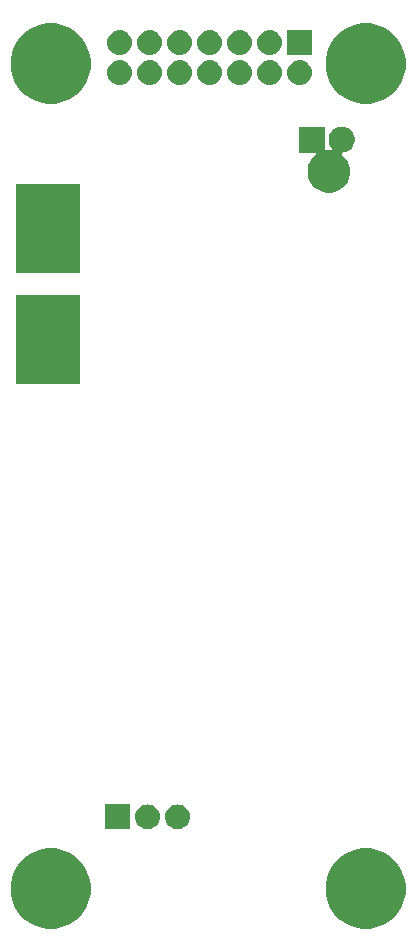
<source format=gbs>
G04 #@! TF.GenerationSoftware,KiCad,Pcbnew,5.0.1-33cea8e~68~ubuntu14.04.1*
G04 #@! TF.CreationDate,2018-11-20T21:04:09-08:00*
G04 #@! TF.ProjectId,while,7768696C652E6B696361645F70636200,rev?*
G04 #@! TF.SameCoordinates,Original*
G04 #@! TF.FileFunction,Soldermask,Bot*
G04 #@! TF.FilePolarity,Negative*
%FSLAX46Y46*%
G04 Gerber Fmt 4.6, Leading zero omitted, Abs format (unit mm)*
G04 Created by KiCad (PCBNEW 5.0.1-33cea8e~68~ubuntu14.04.1) date Tue 20 Nov 2018 09:04:09 PM PST*
%MOMM*%
%LPD*%
G01*
G04 APERTURE LIST*
%ADD10C,0.100000*%
G04 APERTURE END LIST*
D10*
G36*
X155677743Y-163354660D02*
X156296503Y-163610958D01*
X156853377Y-163983050D01*
X157326950Y-164456623D01*
X157699042Y-165013497D01*
X157955340Y-165632257D01*
X158086000Y-166289128D01*
X158086000Y-166958872D01*
X157955340Y-167615743D01*
X157699042Y-168234503D01*
X157326950Y-168791377D01*
X156853377Y-169264950D01*
X156296503Y-169637042D01*
X155677743Y-169893340D01*
X155020872Y-170024000D01*
X154351128Y-170024000D01*
X153694257Y-169893340D01*
X153075497Y-169637042D01*
X152518623Y-169264950D01*
X152045050Y-168791377D01*
X151672958Y-168234503D01*
X151416660Y-167615743D01*
X151286000Y-166958872D01*
X151286000Y-166289128D01*
X151416660Y-165632257D01*
X151672958Y-165013497D01*
X152045050Y-164456623D01*
X152518623Y-163983050D01*
X153075497Y-163610958D01*
X153694257Y-163354660D01*
X154351128Y-163224000D01*
X155020872Y-163224000D01*
X155677743Y-163354660D01*
X155677743Y-163354660D01*
G37*
G36*
X129007743Y-163354660D02*
X129626503Y-163610958D01*
X130183377Y-163983050D01*
X130656950Y-164456623D01*
X131029042Y-165013497D01*
X131285340Y-165632257D01*
X131416000Y-166289128D01*
X131416000Y-166958872D01*
X131285340Y-167615743D01*
X131029042Y-168234503D01*
X130656950Y-168791377D01*
X130183377Y-169264950D01*
X129626503Y-169637042D01*
X129007743Y-169893340D01*
X128350872Y-170024000D01*
X127681128Y-170024000D01*
X127024257Y-169893340D01*
X126405497Y-169637042D01*
X125848623Y-169264950D01*
X125375050Y-168791377D01*
X125002958Y-168234503D01*
X124746660Y-167615743D01*
X124616000Y-166958872D01*
X124616000Y-166289128D01*
X124746660Y-165632257D01*
X125002958Y-165013497D01*
X125375050Y-164456623D01*
X125848623Y-163983050D01*
X126405497Y-163610958D01*
X127024257Y-163354660D01*
X127681128Y-163224000D01*
X128350872Y-163224000D01*
X129007743Y-163354660D01*
X129007743Y-163354660D01*
G37*
G36*
X134720000Y-161600000D02*
X132620000Y-161600000D01*
X132620000Y-159500000D01*
X134720000Y-159500000D01*
X134720000Y-161600000D01*
X134720000Y-161600000D01*
G37*
G36*
X138878707Y-159507597D02*
X138955836Y-159515193D01*
X139087787Y-159555220D01*
X139153763Y-159575233D01*
X139336172Y-159672733D01*
X139496054Y-159803946D01*
X139627267Y-159963828D01*
X139724767Y-160146237D01*
X139724767Y-160146238D01*
X139784807Y-160344164D01*
X139805080Y-160550000D01*
X139784807Y-160755836D01*
X139744780Y-160887787D01*
X139724767Y-160953763D01*
X139627267Y-161136172D01*
X139496054Y-161296054D01*
X139336172Y-161427267D01*
X139153763Y-161524767D01*
X139087787Y-161544780D01*
X138955836Y-161584807D01*
X138878707Y-161592404D01*
X138801580Y-161600000D01*
X138698420Y-161600000D01*
X138621293Y-161592404D01*
X138544164Y-161584807D01*
X138412213Y-161544780D01*
X138346237Y-161524767D01*
X138163828Y-161427267D01*
X138003946Y-161296054D01*
X137872733Y-161136172D01*
X137775233Y-160953763D01*
X137755220Y-160887787D01*
X137715193Y-160755836D01*
X137694920Y-160550000D01*
X137715193Y-160344164D01*
X137775233Y-160146238D01*
X137775233Y-160146237D01*
X137872733Y-159963828D01*
X138003946Y-159803946D01*
X138163828Y-159672733D01*
X138346237Y-159575233D01*
X138412213Y-159555220D01*
X138544164Y-159515193D01*
X138621293Y-159507597D01*
X138698420Y-159500000D01*
X138801580Y-159500000D01*
X138878707Y-159507597D01*
X138878707Y-159507597D01*
G37*
G36*
X136338707Y-159507597D02*
X136415836Y-159515193D01*
X136547787Y-159555220D01*
X136613763Y-159575233D01*
X136796172Y-159672733D01*
X136956054Y-159803946D01*
X137087267Y-159963828D01*
X137184767Y-160146237D01*
X137184767Y-160146238D01*
X137244807Y-160344164D01*
X137265080Y-160550000D01*
X137244807Y-160755836D01*
X137204780Y-160887787D01*
X137184767Y-160953763D01*
X137087267Y-161136172D01*
X136956054Y-161296054D01*
X136796172Y-161427267D01*
X136613763Y-161524767D01*
X136547787Y-161544780D01*
X136415836Y-161584807D01*
X136338707Y-161592404D01*
X136261580Y-161600000D01*
X136158420Y-161600000D01*
X136081293Y-161592404D01*
X136004164Y-161584807D01*
X135872213Y-161544780D01*
X135806237Y-161524767D01*
X135623828Y-161427267D01*
X135463946Y-161296054D01*
X135332733Y-161136172D01*
X135235233Y-160953763D01*
X135215220Y-160887787D01*
X135175193Y-160755836D01*
X135154920Y-160550000D01*
X135175193Y-160344164D01*
X135235233Y-160146238D01*
X135235233Y-160146237D01*
X135332733Y-159963828D01*
X135463946Y-159803946D01*
X135623828Y-159672733D01*
X135806237Y-159575233D01*
X135872213Y-159555220D01*
X136004164Y-159515193D01*
X136081293Y-159507597D01*
X136158420Y-159500000D01*
X136261580Y-159500000D01*
X136338707Y-159507597D01*
X136338707Y-159507597D01*
G37*
G36*
X130462000Y-123882000D02*
X125062000Y-123882000D01*
X125062000Y-116402000D01*
X130462000Y-116402000D01*
X130462000Y-123882000D01*
X130462000Y-123882000D01*
G37*
G36*
X130462000Y-114484000D02*
X125062000Y-114484000D01*
X125062000Y-107004000D01*
X130462000Y-107004000D01*
X130462000Y-114484000D01*
X130462000Y-114484000D01*
G37*
G36*
X151214000Y-104000341D02*
X151216402Y-104024727D01*
X151223515Y-104048176D01*
X151235066Y-104069787D01*
X151250612Y-104088729D01*
X151269554Y-104104275D01*
X151291165Y-104115826D01*
X151314614Y-104122939D01*
X151339000Y-104125341D01*
X151363385Y-104122939D01*
X151388216Y-104118000D01*
X151711589Y-104118000D01*
X151735975Y-104115598D01*
X151759424Y-104108485D01*
X151781035Y-104096934D01*
X151799977Y-104081388D01*
X151815523Y-104062446D01*
X151827074Y-104040835D01*
X151834187Y-104017386D01*
X151836589Y-103993000D01*
X151834187Y-103968614D01*
X151827074Y-103945165D01*
X151815523Y-103923554D01*
X151799977Y-103904612D01*
X151799578Y-103904213D01*
X151679191Y-103724042D01*
X151596272Y-103523857D01*
X151554000Y-103311342D01*
X151554000Y-103094658D01*
X151596272Y-102882143D01*
X151679191Y-102681958D01*
X151799578Y-102501787D01*
X151952787Y-102348578D01*
X152132958Y-102228191D01*
X152333143Y-102145272D01*
X152545658Y-102103000D01*
X152762342Y-102103000D01*
X152974857Y-102145272D01*
X153175042Y-102228191D01*
X153355213Y-102348578D01*
X153508422Y-102501787D01*
X153628809Y-102681958D01*
X153711728Y-102882143D01*
X153754000Y-103094658D01*
X153754000Y-103311342D01*
X153711728Y-103523857D01*
X153628809Y-103724042D01*
X153508422Y-103904213D01*
X153355213Y-104057422D01*
X153355210Y-104057424D01*
X153355209Y-104057425D01*
X153253566Y-104125341D01*
X153175042Y-104177809D01*
X152974858Y-104260728D01*
X152816481Y-104292231D01*
X152769621Y-104301552D01*
X152746175Y-104308664D01*
X152724564Y-104320215D01*
X152705622Y-104335760D01*
X152690076Y-104354703D01*
X152678525Y-104376313D01*
X152671412Y-104399762D01*
X152669010Y-104424149D01*
X152671412Y-104448535D01*
X152678525Y-104471984D01*
X152690076Y-104493595D01*
X152705622Y-104512537D01*
X152963649Y-104770564D01*
X153160640Y-105065382D01*
X153296327Y-105392960D01*
X153365500Y-105740714D01*
X153365500Y-106095286D01*
X153296327Y-106443040D01*
X153160640Y-106770618D01*
X152963649Y-107065436D01*
X152712936Y-107316149D01*
X152712933Y-107316151D01*
X152418120Y-107513139D01*
X152090541Y-107648827D01*
X151974622Y-107671885D01*
X151742786Y-107718000D01*
X151388214Y-107718000D01*
X151156378Y-107671885D01*
X151040459Y-107648827D01*
X150712880Y-107513139D01*
X150418067Y-107316151D01*
X150418064Y-107316149D01*
X150167351Y-107065436D01*
X149970360Y-106770618D01*
X149834673Y-106443040D01*
X149765500Y-106095286D01*
X149765500Y-105740714D01*
X149834673Y-105392960D01*
X149970360Y-105065382D01*
X150167351Y-104770564D01*
X150421527Y-104516388D01*
X150437073Y-104497446D01*
X150448624Y-104475835D01*
X150455737Y-104452386D01*
X150458139Y-104428000D01*
X150455737Y-104403614D01*
X150448624Y-104380165D01*
X150437073Y-104358554D01*
X150421527Y-104339612D01*
X150402585Y-104324066D01*
X150380974Y-104312515D01*
X150357525Y-104305402D01*
X150333139Y-104303000D01*
X149014000Y-104303000D01*
X149014000Y-102103000D01*
X151214000Y-102103000D01*
X151214000Y-104000341D01*
X151214000Y-104000341D01*
G37*
G36*
X129007743Y-93504660D02*
X129626503Y-93760958D01*
X130183377Y-94133050D01*
X130656950Y-94606623D01*
X131029042Y-95163497D01*
X131285340Y-95782257D01*
X131416000Y-96439128D01*
X131416000Y-97108872D01*
X131285340Y-97765743D01*
X131029042Y-98384503D01*
X130656950Y-98941377D01*
X130183377Y-99414950D01*
X129626503Y-99787042D01*
X129007743Y-100043340D01*
X128350872Y-100174000D01*
X127681128Y-100174000D01*
X127024257Y-100043340D01*
X126405497Y-99787042D01*
X125848623Y-99414950D01*
X125375050Y-98941377D01*
X125002958Y-98384503D01*
X124746660Y-97765743D01*
X124616000Y-97108872D01*
X124616000Y-96439128D01*
X124746660Y-95782257D01*
X125002958Y-95163497D01*
X125375050Y-94606623D01*
X125848623Y-94133050D01*
X126405497Y-93760958D01*
X127024257Y-93504660D01*
X127681128Y-93374000D01*
X128350872Y-93374000D01*
X129007743Y-93504660D01*
X129007743Y-93504660D01*
G37*
G36*
X155677743Y-93504660D02*
X156296503Y-93760958D01*
X156853377Y-94133050D01*
X157326950Y-94606623D01*
X157699042Y-95163497D01*
X157955340Y-95782257D01*
X158086000Y-96439128D01*
X158086000Y-97108872D01*
X157955340Y-97765743D01*
X157699042Y-98384503D01*
X157326950Y-98941377D01*
X156853377Y-99414950D01*
X156296503Y-99787042D01*
X155677743Y-100043340D01*
X155020872Y-100174000D01*
X154351128Y-100174000D01*
X153694257Y-100043340D01*
X153075497Y-99787042D01*
X152518623Y-99414950D01*
X152045050Y-98941377D01*
X151672958Y-98384503D01*
X151416660Y-97765743D01*
X151286000Y-97108872D01*
X151286000Y-96439128D01*
X151416660Y-95782257D01*
X151672958Y-95163497D01*
X152045050Y-94606623D01*
X152518623Y-94133050D01*
X153075497Y-93760958D01*
X153694257Y-93504660D01*
X154351128Y-93374000D01*
X155020872Y-93374000D01*
X155677743Y-93504660D01*
X155677743Y-93504660D01*
G37*
G36*
X139066707Y-96493596D02*
X139143836Y-96501193D01*
X139275787Y-96541220D01*
X139341763Y-96561233D01*
X139524172Y-96658733D01*
X139684054Y-96789946D01*
X139815267Y-96949828D01*
X139912767Y-97132237D01*
X139912767Y-97132238D01*
X139972807Y-97330164D01*
X139993080Y-97536000D01*
X139972807Y-97741836D01*
X139932780Y-97873787D01*
X139912767Y-97939763D01*
X139815267Y-98122172D01*
X139684054Y-98282054D01*
X139524172Y-98413267D01*
X139341763Y-98510767D01*
X139275787Y-98530780D01*
X139143836Y-98570807D01*
X139066707Y-98578403D01*
X138989580Y-98586000D01*
X138886420Y-98586000D01*
X138809293Y-98578403D01*
X138732164Y-98570807D01*
X138600213Y-98530780D01*
X138534237Y-98510767D01*
X138351828Y-98413267D01*
X138191946Y-98282054D01*
X138060733Y-98122172D01*
X137963233Y-97939763D01*
X137943220Y-97873787D01*
X137903193Y-97741836D01*
X137882920Y-97536000D01*
X137903193Y-97330164D01*
X137963233Y-97132238D01*
X137963233Y-97132237D01*
X138060733Y-96949828D01*
X138191946Y-96789946D01*
X138351828Y-96658733D01*
X138534237Y-96561233D01*
X138600213Y-96541220D01*
X138732164Y-96501193D01*
X138809293Y-96493596D01*
X138886420Y-96486000D01*
X138989580Y-96486000D01*
X139066707Y-96493596D01*
X139066707Y-96493596D01*
G37*
G36*
X149226707Y-96493596D02*
X149303836Y-96501193D01*
X149435787Y-96541220D01*
X149501763Y-96561233D01*
X149684172Y-96658733D01*
X149844054Y-96789946D01*
X149975267Y-96949828D01*
X150072767Y-97132237D01*
X150072767Y-97132238D01*
X150132807Y-97330164D01*
X150153080Y-97536000D01*
X150132807Y-97741836D01*
X150092780Y-97873787D01*
X150072767Y-97939763D01*
X149975267Y-98122172D01*
X149844054Y-98282054D01*
X149684172Y-98413267D01*
X149501763Y-98510767D01*
X149435787Y-98530780D01*
X149303836Y-98570807D01*
X149226707Y-98578403D01*
X149149580Y-98586000D01*
X149046420Y-98586000D01*
X148969293Y-98578403D01*
X148892164Y-98570807D01*
X148760213Y-98530780D01*
X148694237Y-98510767D01*
X148511828Y-98413267D01*
X148351946Y-98282054D01*
X148220733Y-98122172D01*
X148123233Y-97939763D01*
X148103220Y-97873787D01*
X148063193Y-97741836D01*
X148042920Y-97536000D01*
X148063193Y-97330164D01*
X148123233Y-97132238D01*
X148123233Y-97132237D01*
X148220733Y-96949828D01*
X148351946Y-96789946D01*
X148511828Y-96658733D01*
X148694237Y-96561233D01*
X148760213Y-96541220D01*
X148892164Y-96501193D01*
X148969293Y-96493596D01*
X149046420Y-96486000D01*
X149149580Y-96486000D01*
X149226707Y-96493596D01*
X149226707Y-96493596D01*
G37*
G36*
X146686707Y-96493596D02*
X146763836Y-96501193D01*
X146895787Y-96541220D01*
X146961763Y-96561233D01*
X147144172Y-96658733D01*
X147304054Y-96789946D01*
X147435267Y-96949828D01*
X147532767Y-97132237D01*
X147532767Y-97132238D01*
X147592807Y-97330164D01*
X147613080Y-97536000D01*
X147592807Y-97741836D01*
X147552780Y-97873787D01*
X147532767Y-97939763D01*
X147435267Y-98122172D01*
X147304054Y-98282054D01*
X147144172Y-98413267D01*
X146961763Y-98510767D01*
X146895787Y-98530780D01*
X146763836Y-98570807D01*
X146686707Y-98578403D01*
X146609580Y-98586000D01*
X146506420Y-98586000D01*
X146429293Y-98578403D01*
X146352164Y-98570807D01*
X146220213Y-98530780D01*
X146154237Y-98510767D01*
X145971828Y-98413267D01*
X145811946Y-98282054D01*
X145680733Y-98122172D01*
X145583233Y-97939763D01*
X145563220Y-97873787D01*
X145523193Y-97741836D01*
X145502920Y-97536000D01*
X145523193Y-97330164D01*
X145583233Y-97132238D01*
X145583233Y-97132237D01*
X145680733Y-96949828D01*
X145811946Y-96789946D01*
X145971828Y-96658733D01*
X146154237Y-96561233D01*
X146220213Y-96541220D01*
X146352164Y-96501193D01*
X146429293Y-96493596D01*
X146506420Y-96486000D01*
X146609580Y-96486000D01*
X146686707Y-96493596D01*
X146686707Y-96493596D01*
G37*
G36*
X144146707Y-96493596D02*
X144223836Y-96501193D01*
X144355787Y-96541220D01*
X144421763Y-96561233D01*
X144604172Y-96658733D01*
X144764054Y-96789946D01*
X144895267Y-96949828D01*
X144992767Y-97132237D01*
X144992767Y-97132238D01*
X145052807Y-97330164D01*
X145073080Y-97536000D01*
X145052807Y-97741836D01*
X145012780Y-97873787D01*
X144992767Y-97939763D01*
X144895267Y-98122172D01*
X144764054Y-98282054D01*
X144604172Y-98413267D01*
X144421763Y-98510767D01*
X144355787Y-98530780D01*
X144223836Y-98570807D01*
X144146707Y-98578403D01*
X144069580Y-98586000D01*
X143966420Y-98586000D01*
X143889293Y-98578403D01*
X143812164Y-98570807D01*
X143680213Y-98530780D01*
X143614237Y-98510767D01*
X143431828Y-98413267D01*
X143271946Y-98282054D01*
X143140733Y-98122172D01*
X143043233Y-97939763D01*
X143023220Y-97873787D01*
X142983193Y-97741836D01*
X142962920Y-97536000D01*
X142983193Y-97330164D01*
X143043233Y-97132238D01*
X143043233Y-97132237D01*
X143140733Y-96949828D01*
X143271946Y-96789946D01*
X143431828Y-96658733D01*
X143614237Y-96561233D01*
X143680213Y-96541220D01*
X143812164Y-96501193D01*
X143889293Y-96493596D01*
X143966420Y-96486000D01*
X144069580Y-96486000D01*
X144146707Y-96493596D01*
X144146707Y-96493596D01*
G37*
G36*
X141606707Y-96493596D02*
X141683836Y-96501193D01*
X141815787Y-96541220D01*
X141881763Y-96561233D01*
X142064172Y-96658733D01*
X142224054Y-96789946D01*
X142355267Y-96949828D01*
X142452767Y-97132237D01*
X142452767Y-97132238D01*
X142512807Y-97330164D01*
X142533080Y-97536000D01*
X142512807Y-97741836D01*
X142472780Y-97873787D01*
X142452767Y-97939763D01*
X142355267Y-98122172D01*
X142224054Y-98282054D01*
X142064172Y-98413267D01*
X141881763Y-98510767D01*
X141815787Y-98530780D01*
X141683836Y-98570807D01*
X141606707Y-98578403D01*
X141529580Y-98586000D01*
X141426420Y-98586000D01*
X141349293Y-98578403D01*
X141272164Y-98570807D01*
X141140213Y-98530780D01*
X141074237Y-98510767D01*
X140891828Y-98413267D01*
X140731946Y-98282054D01*
X140600733Y-98122172D01*
X140503233Y-97939763D01*
X140483220Y-97873787D01*
X140443193Y-97741836D01*
X140422920Y-97536000D01*
X140443193Y-97330164D01*
X140503233Y-97132238D01*
X140503233Y-97132237D01*
X140600733Y-96949828D01*
X140731946Y-96789946D01*
X140891828Y-96658733D01*
X141074237Y-96561233D01*
X141140213Y-96541220D01*
X141272164Y-96501193D01*
X141349293Y-96493596D01*
X141426420Y-96486000D01*
X141529580Y-96486000D01*
X141606707Y-96493596D01*
X141606707Y-96493596D01*
G37*
G36*
X133986707Y-96493596D02*
X134063836Y-96501193D01*
X134195787Y-96541220D01*
X134261763Y-96561233D01*
X134444172Y-96658733D01*
X134604054Y-96789946D01*
X134735267Y-96949828D01*
X134832767Y-97132237D01*
X134832767Y-97132238D01*
X134892807Y-97330164D01*
X134913080Y-97536000D01*
X134892807Y-97741836D01*
X134852780Y-97873787D01*
X134832767Y-97939763D01*
X134735267Y-98122172D01*
X134604054Y-98282054D01*
X134444172Y-98413267D01*
X134261763Y-98510767D01*
X134195787Y-98530780D01*
X134063836Y-98570807D01*
X133986707Y-98578403D01*
X133909580Y-98586000D01*
X133806420Y-98586000D01*
X133729293Y-98578403D01*
X133652164Y-98570807D01*
X133520213Y-98530780D01*
X133454237Y-98510767D01*
X133271828Y-98413267D01*
X133111946Y-98282054D01*
X132980733Y-98122172D01*
X132883233Y-97939763D01*
X132863220Y-97873787D01*
X132823193Y-97741836D01*
X132802920Y-97536000D01*
X132823193Y-97330164D01*
X132883233Y-97132238D01*
X132883233Y-97132237D01*
X132980733Y-96949828D01*
X133111946Y-96789946D01*
X133271828Y-96658733D01*
X133454237Y-96561233D01*
X133520213Y-96541220D01*
X133652164Y-96501193D01*
X133729293Y-96493596D01*
X133806420Y-96486000D01*
X133909580Y-96486000D01*
X133986707Y-96493596D01*
X133986707Y-96493596D01*
G37*
G36*
X136526707Y-96493596D02*
X136603836Y-96501193D01*
X136735787Y-96541220D01*
X136801763Y-96561233D01*
X136984172Y-96658733D01*
X137144054Y-96789946D01*
X137275267Y-96949828D01*
X137372767Y-97132237D01*
X137372767Y-97132238D01*
X137432807Y-97330164D01*
X137453080Y-97536000D01*
X137432807Y-97741836D01*
X137392780Y-97873787D01*
X137372767Y-97939763D01*
X137275267Y-98122172D01*
X137144054Y-98282054D01*
X136984172Y-98413267D01*
X136801763Y-98510767D01*
X136735787Y-98530780D01*
X136603836Y-98570807D01*
X136526707Y-98578403D01*
X136449580Y-98586000D01*
X136346420Y-98586000D01*
X136269293Y-98578403D01*
X136192164Y-98570807D01*
X136060213Y-98530780D01*
X135994237Y-98510767D01*
X135811828Y-98413267D01*
X135651946Y-98282054D01*
X135520733Y-98122172D01*
X135423233Y-97939763D01*
X135403220Y-97873787D01*
X135363193Y-97741836D01*
X135342920Y-97536000D01*
X135363193Y-97330164D01*
X135423233Y-97132238D01*
X135423233Y-97132237D01*
X135520733Y-96949828D01*
X135651946Y-96789946D01*
X135811828Y-96658733D01*
X135994237Y-96561233D01*
X136060213Y-96541220D01*
X136192164Y-96501193D01*
X136269293Y-96493596D01*
X136346420Y-96486000D01*
X136449580Y-96486000D01*
X136526707Y-96493596D01*
X136526707Y-96493596D01*
G37*
G36*
X150148000Y-96046000D02*
X148048000Y-96046000D01*
X148048000Y-93946000D01*
X150148000Y-93946000D01*
X150148000Y-96046000D01*
X150148000Y-96046000D01*
G37*
G36*
X133986707Y-93953597D02*
X134063836Y-93961193D01*
X134195787Y-94001220D01*
X134261763Y-94021233D01*
X134444172Y-94118733D01*
X134604054Y-94249946D01*
X134735267Y-94409828D01*
X134832767Y-94592237D01*
X134832767Y-94592238D01*
X134892807Y-94790164D01*
X134913080Y-94996000D01*
X134892807Y-95201836D01*
X134852780Y-95333787D01*
X134832767Y-95399763D01*
X134735267Y-95582172D01*
X134604054Y-95742054D01*
X134444172Y-95873267D01*
X134261763Y-95970767D01*
X134195787Y-95990780D01*
X134063836Y-96030807D01*
X133986707Y-96038403D01*
X133909580Y-96046000D01*
X133806420Y-96046000D01*
X133729293Y-96038403D01*
X133652164Y-96030807D01*
X133520213Y-95990780D01*
X133454237Y-95970767D01*
X133271828Y-95873267D01*
X133111946Y-95742054D01*
X132980733Y-95582172D01*
X132883233Y-95399763D01*
X132863220Y-95333787D01*
X132823193Y-95201836D01*
X132802920Y-94996000D01*
X132823193Y-94790164D01*
X132883233Y-94592238D01*
X132883233Y-94592237D01*
X132980733Y-94409828D01*
X133111946Y-94249946D01*
X133271828Y-94118733D01*
X133454237Y-94021233D01*
X133520213Y-94001220D01*
X133652164Y-93961193D01*
X133729293Y-93953597D01*
X133806420Y-93946000D01*
X133909580Y-93946000D01*
X133986707Y-93953597D01*
X133986707Y-93953597D01*
G37*
G36*
X139066707Y-93953597D02*
X139143836Y-93961193D01*
X139275787Y-94001220D01*
X139341763Y-94021233D01*
X139524172Y-94118733D01*
X139684054Y-94249946D01*
X139815267Y-94409828D01*
X139912767Y-94592237D01*
X139912767Y-94592238D01*
X139972807Y-94790164D01*
X139993080Y-94996000D01*
X139972807Y-95201836D01*
X139932780Y-95333787D01*
X139912767Y-95399763D01*
X139815267Y-95582172D01*
X139684054Y-95742054D01*
X139524172Y-95873267D01*
X139341763Y-95970767D01*
X139275787Y-95990780D01*
X139143836Y-96030807D01*
X139066707Y-96038403D01*
X138989580Y-96046000D01*
X138886420Y-96046000D01*
X138809293Y-96038403D01*
X138732164Y-96030807D01*
X138600213Y-95990780D01*
X138534237Y-95970767D01*
X138351828Y-95873267D01*
X138191946Y-95742054D01*
X138060733Y-95582172D01*
X137963233Y-95399763D01*
X137943220Y-95333787D01*
X137903193Y-95201836D01*
X137882920Y-94996000D01*
X137903193Y-94790164D01*
X137963233Y-94592238D01*
X137963233Y-94592237D01*
X138060733Y-94409828D01*
X138191946Y-94249946D01*
X138351828Y-94118733D01*
X138534237Y-94021233D01*
X138600213Y-94001220D01*
X138732164Y-93961193D01*
X138809293Y-93953597D01*
X138886420Y-93946000D01*
X138989580Y-93946000D01*
X139066707Y-93953597D01*
X139066707Y-93953597D01*
G37*
G36*
X136526707Y-93953597D02*
X136603836Y-93961193D01*
X136735787Y-94001220D01*
X136801763Y-94021233D01*
X136984172Y-94118733D01*
X137144054Y-94249946D01*
X137275267Y-94409828D01*
X137372767Y-94592237D01*
X137372767Y-94592238D01*
X137432807Y-94790164D01*
X137453080Y-94996000D01*
X137432807Y-95201836D01*
X137392780Y-95333787D01*
X137372767Y-95399763D01*
X137275267Y-95582172D01*
X137144054Y-95742054D01*
X136984172Y-95873267D01*
X136801763Y-95970767D01*
X136735787Y-95990780D01*
X136603836Y-96030807D01*
X136526707Y-96038403D01*
X136449580Y-96046000D01*
X136346420Y-96046000D01*
X136269293Y-96038403D01*
X136192164Y-96030807D01*
X136060213Y-95990780D01*
X135994237Y-95970767D01*
X135811828Y-95873267D01*
X135651946Y-95742054D01*
X135520733Y-95582172D01*
X135423233Y-95399763D01*
X135403220Y-95333787D01*
X135363193Y-95201836D01*
X135342920Y-94996000D01*
X135363193Y-94790164D01*
X135423233Y-94592238D01*
X135423233Y-94592237D01*
X135520733Y-94409828D01*
X135651946Y-94249946D01*
X135811828Y-94118733D01*
X135994237Y-94021233D01*
X136060213Y-94001220D01*
X136192164Y-93961193D01*
X136269293Y-93953597D01*
X136346420Y-93946000D01*
X136449580Y-93946000D01*
X136526707Y-93953597D01*
X136526707Y-93953597D01*
G37*
G36*
X141606707Y-93953597D02*
X141683836Y-93961193D01*
X141815787Y-94001220D01*
X141881763Y-94021233D01*
X142064172Y-94118733D01*
X142224054Y-94249946D01*
X142355267Y-94409828D01*
X142452767Y-94592237D01*
X142452767Y-94592238D01*
X142512807Y-94790164D01*
X142533080Y-94996000D01*
X142512807Y-95201836D01*
X142472780Y-95333787D01*
X142452767Y-95399763D01*
X142355267Y-95582172D01*
X142224054Y-95742054D01*
X142064172Y-95873267D01*
X141881763Y-95970767D01*
X141815787Y-95990780D01*
X141683836Y-96030807D01*
X141606707Y-96038403D01*
X141529580Y-96046000D01*
X141426420Y-96046000D01*
X141349293Y-96038403D01*
X141272164Y-96030807D01*
X141140213Y-95990780D01*
X141074237Y-95970767D01*
X140891828Y-95873267D01*
X140731946Y-95742054D01*
X140600733Y-95582172D01*
X140503233Y-95399763D01*
X140483220Y-95333787D01*
X140443193Y-95201836D01*
X140422920Y-94996000D01*
X140443193Y-94790164D01*
X140503233Y-94592238D01*
X140503233Y-94592237D01*
X140600733Y-94409828D01*
X140731946Y-94249946D01*
X140891828Y-94118733D01*
X141074237Y-94021233D01*
X141140213Y-94001220D01*
X141272164Y-93961193D01*
X141349293Y-93953597D01*
X141426420Y-93946000D01*
X141529580Y-93946000D01*
X141606707Y-93953597D01*
X141606707Y-93953597D01*
G37*
G36*
X144146707Y-93953597D02*
X144223836Y-93961193D01*
X144355787Y-94001220D01*
X144421763Y-94021233D01*
X144604172Y-94118733D01*
X144764054Y-94249946D01*
X144895267Y-94409828D01*
X144992767Y-94592237D01*
X144992767Y-94592238D01*
X145052807Y-94790164D01*
X145073080Y-94996000D01*
X145052807Y-95201836D01*
X145012780Y-95333787D01*
X144992767Y-95399763D01*
X144895267Y-95582172D01*
X144764054Y-95742054D01*
X144604172Y-95873267D01*
X144421763Y-95970767D01*
X144355787Y-95990780D01*
X144223836Y-96030807D01*
X144146707Y-96038403D01*
X144069580Y-96046000D01*
X143966420Y-96046000D01*
X143889293Y-96038403D01*
X143812164Y-96030807D01*
X143680213Y-95990780D01*
X143614237Y-95970767D01*
X143431828Y-95873267D01*
X143271946Y-95742054D01*
X143140733Y-95582172D01*
X143043233Y-95399763D01*
X143023220Y-95333787D01*
X142983193Y-95201836D01*
X142962920Y-94996000D01*
X142983193Y-94790164D01*
X143043233Y-94592238D01*
X143043233Y-94592237D01*
X143140733Y-94409828D01*
X143271946Y-94249946D01*
X143431828Y-94118733D01*
X143614237Y-94021233D01*
X143680213Y-94001220D01*
X143812164Y-93961193D01*
X143889293Y-93953597D01*
X143966420Y-93946000D01*
X144069580Y-93946000D01*
X144146707Y-93953597D01*
X144146707Y-93953597D01*
G37*
G36*
X146686707Y-93953597D02*
X146763836Y-93961193D01*
X146895787Y-94001220D01*
X146961763Y-94021233D01*
X147144172Y-94118733D01*
X147304054Y-94249946D01*
X147435267Y-94409828D01*
X147532767Y-94592237D01*
X147532767Y-94592238D01*
X147592807Y-94790164D01*
X147613080Y-94996000D01*
X147592807Y-95201836D01*
X147552780Y-95333787D01*
X147532767Y-95399763D01*
X147435267Y-95582172D01*
X147304054Y-95742054D01*
X147144172Y-95873267D01*
X146961763Y-95970767D01*
X146895787Y-95990780D01*
X146763836Y-96030807D01*
X146686707Y-96038403D01*
X146609580Y-96046000D01*
X146506420Y-96046000D01*
X146429293Y-96038403D01*
X146352164Y-96030807D01*
X146220213Y-95990780D01*
X146154237Y-95970767D01*
X145971828Y-95873267D01*
X145811946Y-95742054D01*
X145680733Y-95582172D01*
X145583233Y-95399763D01*
X145563220Y-95333787D01*
X145523193Y-95201836D01*
X145502920Y-94996000D01*
X145523193Y-94790164D01*
X145583233Y-94592238D01*
X145583233Y-94592237D01*
X145680733Y-94409828D01*
X145811946Y-94249946D01*
X145971828Y-94118733D01*
X146154237Y-94021233D01*
X146220213Y-94001220D01*
X146352164Y-93961193D01*
X146429293Y-93953597D01*
X146506420Y-93946000D01*
X146609580Y-93946000D01*
X146686707Y-93953597D01*
X146686707Y-93953597D01*
G37*
M02*

</source>
